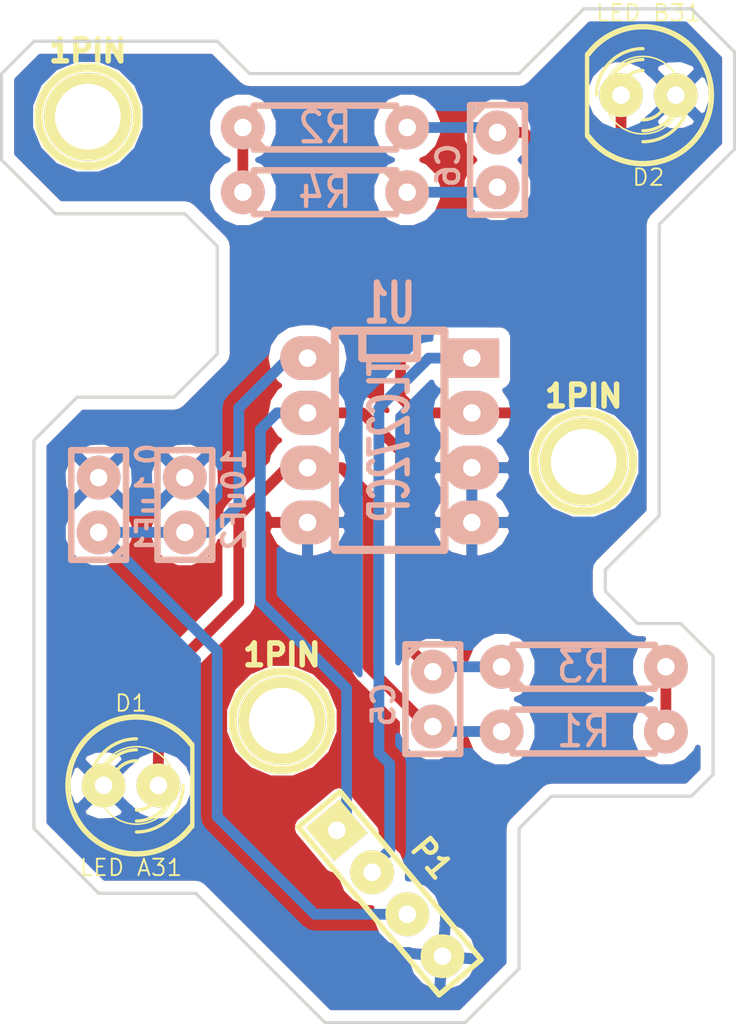
<source format=kicad_pcb>
(kicad_pcb (version 3) (host pcbnew "(2013-07-07 BZR 4022)-stable")

  (general
    (links 24)
    (no_connects 1)
    (area 18.924999 20.424999 59.075001 70.075001)
    (thickness 1.6)
    (drawings 38)
    (tracks 59)
    (zones 0)
    (modules 15)
    (nets 9)
  )

  (page USLetter)
  (layers
    (15 F.Cu signal)
    (0 B.Cu signal)
    (16 B.Adhes user)
    (17 F.Adhes user)
    (18 B.Paste user)
    (19 F.Paste user)
    (20 B.SilkS user)
    (21 F.SilkS user)
    (22 B.Mask user)
    (23 F.Mask user)
    (24 Dwgs.User user)
    (25 Cmts.User user)
    (26 Eco1.User user)
    (27 Eco2.User user)
    (28 Edge.Cuts user)
  )

  (setup
    (last_trace_width 0.5)
    (trace_clearance 0.254)
    (zone_clearance 0.508)
    (zone_45_only no)
    (trace_min 0.254)
    (segment_width 0.2)
    (edge_width 0.15)
    (via_size 0.889)
    (via_drill 0.635)
    (via_min_size 0.889)
    (via_min_drill 0.508)
    (uvia_size 0.508)
    (uvia_drill 0.127)
    (uvias_allowed no)
    (uvia_min_size 0.508)
    (uvia_min_drill 0.127)
    (pcb_text_width 0.3)
    (pcb_text_size 1.5 1.5)
    (mod_edge_width 0.15)
    (mod_text_size 1.5 1.5)
    (mod_text_width 0.15)
    (pad_size 1.8288 2.54)
    (pad_drill 0.8128)
    (pad_to_mask_clearance 0.4064)
    (solder_mask_min_width 0.4064)
    (aux_axis_origin 0 0)
    (visible_elements 7FFFFFFF)
    (pcbplotparams
      (layerselection 271613953)
      (usegerberextensions true)
      (excludeedgelayer true)
      (linewidth 0.100000)
      (plotframeref false)
      (viasonmask false)
      (mode 1)
      (useauxorigin false)
      (hpglpennumber 1)
      (hpglpenspeed 20)
      (hpglpendiameter 15)
      (hpglpenoverlay 2)
      (psnegative false)
      (psa4output false)
      (plotreference true)
      (plotvalue true)
      (plotothertext true)
      (plotinvisibletext false)
      (padsonsilk false)
      (subtractmaskfromsilk false)
      (outputformat 1)
      (mirror false)
      (drillshape 0)
      (scaleselection 1)
      (outputdirectory ../../Users/Administrator/Desktop/replaca/))
  )

  (net 0 "")
  (net 1 +5V)
  (net 2 /2)
  (net 3 /6)
  (net 4 /A1)
  (net 5 /A2)
  (net 6 GND)
  (net 7 N-000003)
  (net 8 N-000004)

  (net_class Default "This is the default net class."
    (clearance 0.254)
    (trace_width 0.5)
    (via_dia 0.889)
    (via_drill 0.635)
    (uvia_dia 0.508)
    (uvia_drill 0.127)
    (add_net "")
    (add_net +5V)
    (add_net /2)
    (add_net /6)
    (add_net /A1)
    (add_net /A2)
    (add_net GND)
    (add_net N-000003)
    (add_net N-000004)
  )

  (module C1 (layer B.Cu) (tedit 52F39CB1) (tstamp 52CD81AE)
    (at 26.5 46 90)
    (descr "Condensateur e = 1 pas")
    (tags C)
    (path /52CC7B60)
    (fp_text reference 0.1uF1 (at 0.254 2.286 90) (layer B.SilkS)
      (effects (font (size 1.016 1.016) (thickness 0.2032)) (justify mirror))
    )
    (fp_text value C1 (at 0 2.286 90) (layer B.SilkS) hide
      (effects (font (size 1.016 1.016) (thickness 0.2032)) (justify mirror))
    )
    (fp_line (start -2.4892 1.27) (end 2.54 1.27) (layer B.SilkS) (width 0.3048))
    (fp_line (start 2.54 1.27) (end 2.54 -1.27) (layer B.SilkS) (width 0.3048))
    (fp_line (start 2.54 -1.27) (end -2.54 -1.27) (layer B.SilkS) (width 0.3048))
    (fp_line (start -2.54 -1.27) (end -2.54 1.27) (layer B.SilkS) (width 0.3048))
    (fp_line (start -2.54 0.635) (end -1.905 1.27) (layer B.SilkS) (width 0.3048))
    (pad 1 thru_hole circle (at -1.27 0 90) (size 2.032 2.032) (drill 0.8128)
      (layers *.Cu *.Mask B.SilkS)
      (net 1 +5V)
      (solder_mask_margin 0.4064)
      (solder_paste_margin -0.4064)
    )
    (pad 2 thru_hole circle (at 1.27 0 90) (size 2.032 2.032) (drill 0.8128)
      (layers *.Cu *.Mask B.SilkS)
      (net 6 GND)
      (solder_mask_margin 0.4064)
      (solder_paste_margin -0.4064)
      (clearance 0.4064)
      (thermal_width 0.508)
      (thermal_gap 0.508)
    )
    (model discret/capa_1_pas.wrl
      (at (xyz 0 0 0))
      (scale (xyz 1 1 1))
      (rotate (xyz 0 0 0))
    )
  )

  (module C1 (layer B.Cu) (tedit 52F39CC1) (tstamp 52CD81A2)
    (at 30.5 46 90)
    (descr "Condensateur e = 1 pas")
    (tags C)
    (path /52CC7B81)
    (fp_text reference 10uF2 (at 0.254 2.286 90) (layer B.SilkS)
      (effects (font (size 1.016 1.016) (thickness 0.2032)) (justify mirror))
    )
    (fp_text value CP1 (at 0 2.286 90) (layer B.SilkS) hide
      (effects (font (size 1.016 1.016) (thickness 0.2032)) (justify mirror))
    )
    (fp_line (start -2.4892 1.27) (end 2.54 1.27) (layer B.SilkS) (width 0.3048))
    (fp_line (start 2.54 1.27) (end 2.54 -1.27) (layer B.SilkS) (width 0.3048))
    (fp_line (start 2.54 -1.27) (end -2.54 -1.27) (layer B.SilkS) (width 0.3048))
    (fp_line (start -2.54 -1.27) (end -2.54 1.27) (layer B.SilkS) (width 0.3048))
    (fp_line (start -2.54 0.635) (end -1.905 1.27) (layer B.SilkS) (width 0.3048))
    (pad 1 thru_hole circle (at -1.27 0 90) (size 2.032 2.032) (drill 0.8128)
      (layers *.Cu *.Mask B.SilkS)
      (net 1 +5V)
      (solder_mask_margin 0.4064)
      (solder_paste_margin -0.4064)
    )
    (pad 2 thru_hole circle (at 1.27 0 90) (size 2.032 2.032) (drill 0.8128)
      (layers *.Cu *.Mask B.SilkS)
      (net 6 GND)
      (solder_mask_margin 0.4064)
      (solder_paste_margin -0.4064)
    )
    (model discret/capa_1_pas.wrl
      (at (xyz 0 0 0))
      (scale (xyz 1 1 1))
      (rotate (xyz 0 0 0))
    )
  )

  (module R3-LARGE_PADS (layer B.Cu) (tedit 52F39CD6) (tstamp 52CD5353)
    (at 37 28.5)
    (descr "Resitance 3 pas")
    (tags R)
    (path /52CC7C6E)
    (autoplace_cost180 10)
    (fp_text reference R2 (at 0 0) (layer B.SilkS)
      (effects (font (size 1.397 1.27) (thickness 0.2032)) (justify mirror))
    )
    (fp_text value R (at 0 0) (layer B.SilkS) hide
      (effects (font (size 1.397 1.27) (thickness 0.2032)) (justify mirror))
    )
    (fp_line (start -3.81 0) (end -3.302 0) (layer B.SilkS) (width 0.3048))
    (fp_line (start 3.81 0) (end 3.302 0) (layer B.SilkS) (width 0.3048))
    (fp_line (start 3.302 0) (end 3.302 1.016) (layer B.SilkS) (width 0.3048))
    (fp_line (start 3.302 1.016) (end -3.302 1.016) (layer B.SilkS) (width 0.3048))
    (fp_line (start -3.302 1.016) (end -3.302 -1.016) (layer B.SilkS) (width 0.3048))
    (fp_line (start -3.302 -1.016) (end 3.302 -1.016) (layer B.SilkS) (width 0.3048))
    (fp_line (start 3.302 -1.016) (end 3.302 0) (layer B.SilkS) (width 0.3048))
    (fp_line (start -3.302 0.508) (end -2.794 1.016) (layer B.SilkS) (width 0.3048))
    (pad 1 thru_hole circle (at -3.81 0) (size 2.032 2.032) (drill 0.8128)
      (layers *.Cu *.Mask B.SilkS)
      (net 7 N-000003)
      (solder_mask_margin 0.4064)
      (solder_paste_margin -0.4064)
    )
    (pad 2 thru_hole circle (at 3.81 0) (size 2.032 2.032) (drill 0.8128)
      (layers *.Cu *.Mask B.SilkS)
      (net 2 /2)
      (solder_mask_margin 0.4064)
      (solder_paste_margin -0.4064)
    )
    (model discret/resistor.wrl
      (at (xyz 0 0 0))
      (scale (xyz 0.3 0.3 0.3))
      (rotate (xyz 0 0 0))
    )
  )

  (module R3-LARGE_PADS (layer B.Cu) (tedit 52CD5F94) (tstamp 52CD802A)
    (at 49 56.5 180)
    (descr "Resitance 3 pas")
    (tags R)
    (path /52CC7CE5)
    (autoplace_cost180 10)
    (fp_text reference R1 (at 0 0 180) (layer B.SilkS)
      (effects (font (size 1.397 1.27) (thickness 0.2032)) (justify mirror))
    )
    (fp_text value R (at 0 0 180) (layer B.SilkS) hide
      (effects (font (size 1.397 1.27) (thickness 0.2032)) (justify mirror))
    )
    (fp_line (start -3.81 0) (end -3.302 0) (layer B.SilkS) (width 0.3048))
    (fp_line (start 3.81 0) (end 3.302 0) (layer B.SilkS) (width 0.3048))
    (fp_line (start 3.302 0) (end 3.302 1.016) (layer B.SilkS) (width 0.3048))
    (fp_line (start 3.302 1.016) (end -3.302 1.016) (layer B.SilkS) (width 0.3048))
    (fp_line (start -3.302 1.016) (end -3.302 -1.016) (layer B.SilkS) (width 0.3048))
    (fp_line (start -3.302 -1.016) (end 3.302 -1.016) (layer B.SilkS) (width 0.3048))
    (fp_line (start 3.302 -1.016) (end 3.302 0) (layer B.SilkS) (width 0.3048))
    (fp_line (start -3.302 0.508) (end -2.794 1.016) (layer B.SilkS) (width 0.3048))
    (pad 1 thru_hole circle (at -3.81 0 180) (size 2.032 2.032) (drill 0.8128)
      (layers *.Cu *.Mask B.SilkS)
      (net 8 N-000004)
      (solder_mask_margin 0.4064)
      (solder_paste_margin -0.4064)
    )
    (pad 2 thru_hole circle (at 3.81 0 180) (size 2.032 2.032) (drill 0.8128)
      (layers *.Cu *.Mask B.SilkS)
      (net 3 /6)
      (solder_mask_margin 0.4064)
      (solder_paste_margin -0.4064)
    )
    (model discret/resistor.wrl
      (at (xyz 0 0 0))
      (scale (xyz 0.3 0.3 0.3))
      (rotate (xyz 0 0 0))
    )
  )

  (module R3-LARGE_PADS (layer B.Cu) (tedit 52CD5D0D) (tstamp 52CD8039)
    (at 49 53.5)
    (descr "Resitance 3 pas")
    (tags R)
    (path /52CC863A)
    (autoplace_cost180 10)
    (fp_text reference R3 (at 0 0) (layer B.SilkS)
      (effects (font (size 1.397 1.27) (thickness 0.2032)) (justify mirror))
    )
    (fp_text value R (at 0 0) (layer B.SilkS) hide
      (effects (font (size 1.397 1.27) (thickness 0.2032)) (justify mirror))
    )
    (fp_line (start -3.81 0) (end -3.302 0) (layer B.SilkS) (width 0.3048))
    (fp_line (start 3.81 0) (end 3.302 0) (layer B.SilkS) (width 0.3048))
    (fp_line (start 3.302 0) (end 3.302 1.016) (layer B.SilkS) (width 0.3048))
    (fp_line (start 3.302 1.016) (end -3.302 1.016) (layer B.SilkS) (width 0.3048))
    (fp_line (start -3.302 1.016) (end -3.302 -1.016) (layer B.SilkS) (width 0.3048))
    (fp_line (start -3.302 -1.016) (end 3.302 -1.016) (layer B.SilkS) (width 0.3048))
    (fp_line (start 3.302 -1.016) (end 3.302 0) (layer B.SilkS) (width 0.3048))
    (fp_line (start -3.302 0.508) (end -2.794 1.016) (layer B.SilkS) (width 0.3048))
    (pad 1 thru_hole circle (at -3.81 0) (size 2.032 2.032) (drill 0.8128)
      (layers *.Cu *.Mask B.SilkS)
      (net 5 /A2)
      (solder_mask_margin 0.4064)
      (solder_paste_margin -0.4064)
    )
    (pad 2 thru_hole circle (at 3.81 0) (size 2.032 2.032) (drill 0.8128)
      (layers *.Cu *.Mask B.SilkS)
      (net 8 N-000004)
      (solder_mask_margin 0.4064)
      (solder_paste_margin -0.4064)
    )
    (model discret/resistor.wrl
      (at (xyz 0 0 0))
      (scale (xyz 0.3 0.3 0.3))
      (rotate (xyz 0 0 0))
    )
  )

  (module R3-LARGE_PADS (layer B.Cu) (tedit 52E273CB) (tstamp 52CD537D)
    (at 37 31.5 180)
    (descr "Resitance 3 pas")
    (tags R)
    (path /52CC8665)
    (autoplace_cost180 10)
    (fp_text reference R4 (at 0 0 180) (layer B.SilkS)
      (effects (font (size 1.397 1.27) (thickness 0.2032)) (justify mirror))
    )
    (fp_text value R (at 0 0 180) (layer B.SilkS) hide
      (effects (font (size 1.397 1.27) (thickness 0.2032)) (justify mirror))
    )
    (fp_line (start -3.81 0) (end -3.302 0) (layer B.SilkS) (width 0.3048))
    (fp_line (start 3.81 0) (end 3.302 0) (layer B.SilkS) (width 0.3048))
    (fp_line (start 3.302 0) (end 3.302 1.016) (layer B.SilkS) (width 0.3048))
    (fp_line (start 3.302 1.016) (end -3.302 1.016) (layer B.SilkS) (width 0.3048))
    (fp_line (start -3.302 1.016) (end -3.302 -1.016) (layer B.SilkS) (width 0.3048))
    (fp_line (start -3.302 -1.016) (end 3.302 -1.016) (layer B.SilkS) (width 0.3048))
    (fp_line (start 3.302 -1.016) (end 3.302 0) (layer B.SilkS) (width 0.3048))
    (fp_line (start -3.302 0.508) (end -2.794 1.016) (layer B.SilkS) (width 0.3048))
    (pad 1 thru_hole circle (at -3.81 0 180) (size 2.032 2.032) (drill 0.8128)
      (layers *.Cu *.Mask B.SilkS)
      (net 4 /A1)
      (solder_mask_margin 0.4064)
      (solder_paste_margin -0.4064)
    )
    (pad 2 thru_hole circle (at 3.81 0 180) (size 2.032 2.032) (drill 0.8128)
      (layers *.Cu *.Mask B.SilkS)
      (net 7 N-000003)
      (solder_mask_margin 0.4064)
      (solder_paste_margin -0.4064)
      (clearance 0.4064)
      (thermal_width 0.508)
      (thermal_gap 0.508)
    )
    (model discret/resistor.wrl
      (at (xyz 0 0 0))
      (scale (xyz 0.3 0.3 0.3))
      (rotate (xyz 0 0 0))
    )
  )

  (module PIN_ARRAY_4x1 (layer F.Cu) (tedit 52F39CEB) (tstamp 52E049DC)
    (at 40 64 310)
    (descr "Double rangee de contacts 2 x 5 pins")
    (tags CONN)
    (path /52CC818D)
    (fp_text reference P1 (at 0 -2.54 310) (layer F.SilkS)
      (effects (font (size 1.016 1.016) (thickness 0.2032)))
    )
    (fp_text value CONN_4 (at 0 2.54 310) (layer F.SilkS) hide
      (effects (font (size 1.016 1.016) (thickness 0.2032)))
    )
    (fp_line (start 5.08 1.27) (end -5.08 1.27) (layer F.SilkS) (width 0.254))
    (fp_line (start 5.08 -1.27) (end -5.08 -1.27) (layer F.SilkS) (width 0.254))
    (fp_line (start -5.08 -1.27) (end -5.08 1.27) (layer F.SilkS) (width 0.254))
    (fp_line (start 5.08 1.27) (end 5.08 -1.27) (layer F.SilkS) (width 0.254))
    (pad 1 thru_hole rect (at -3.81 0 310) (size 2.032 2.032) (drill 0.8128)
      (layers *.Cu *.Mask F.SilkS)
      (net 5 /A2)
      (solder_mask_margin 0.4064)
      (solder_paste_margin -0.4064)
      (clearance 0.4064)
      (thermal_width 0.508)
      (thermal_gap 0.508)
    )
    (pad 2 thru_hole circle (at -1.269999 0 310) (size 2.032 2.032) (drill 0.8128)
      (layers *.Cu *.Mask F.SilkS)
      (net 4 /A1)
      (solder_mask_margin 0.4064)
      (solder_paste_margin -0.4064)
      (clearance 0.4064)
      (thermal_width 0.508)
      (thermal_gap 0.508)
    )
    (pad 3 thru_hole circle (at 1.269999 0 310) (size 2.032 2.032) (drill 0.8128)
      (layers *.Cu *.Mask F.SilkS)
      (net 1 +5V)
      (solder_mask_margin 0.4064)
      (solder_paste_margin -0.4064)
      (clearance 0.4064)
      (thermal_width 0.508)
      (thermal_gap 0.508)
    )
    (pad 4 thru_hole circle (at 3.81 0 310) (size 2.032 2.032) (drill 0.8128)
      (layers *.Cu *.Mask F.SilkS)
      (net 6 GND)
      (solder_mask_margin 0.4064)
      (solder_paste_margin -0.4064)
      (clearance 0.4064)
      (thermal_width 0.508)
      (thermal_gap 0.508)
    )
    (model pin_array\pins_array_4x1.wrl
      (at (xyz 0 0 0))
      (scale (xyz 1 1 1))
      (rotate (xyz 0 0 0))
    )
  )

  (module LED-5MM (layer F.Cu) (tedit 52F39C9C) (tstamp 52CD5398)
    (at 28 59)
    (descr "LED 5mm - Lead pitch 100mil (2,54mm)")
    (tags "LED led 5mm 5MM 100mil 2,54mm")
    (path /52CC7B96)
    (fp_text reference D1 (at 0 -3.81) (layer F.SilkS)
      (effects (font (size 0.762 0.762) (thickness 0.0889)))
    )
    (fp_text value "LED A31" (at 0 3.81) (layer F.SilkS)
      (effects (font (size 0.762 0.762) (thickness 0.0889)))
    )
    (fp_line (start 2.8448 1.905) (end 2.8448 -1.905) (layer F.SilkS) (width 0.2032))
    (fp_circle (center 0.254 0) (end -1.016 1.27) (layer F.SilkS) (width 0.0762))
    (fp_arc (start 0.254 0) (end 2.794 1.905) (angle 286.2) (layer F.SilkS) (width 0.254))
    (fp_arc (start 0.254 0) (end -0.889 0) (angle 90) (layer F.SilkS) (width 0.1524))
    (fp_arc (start 0.254 0) (end 1.397 0) (angle 90) (layer F.SilkS) (width 0.1524))
    (fp_arc (start 0.254 0) (end -1.397 0) (angle 90) (layer F.SilkS) (width 0.1524))
    (fp_arc (start 0.254 0) (end 1.905 0) (angle 90) (layer F.SilkS) (width 0.1524))
    (fp_arc (start 0.254 0) (end -1.905 0) (angle 90) (layer F.SilkS) (width 0.1524))
    (fp_arc (start 0.254 0) (end 2.413 0) (angle 90) (layer F.SilkS) (width 0.1524))
    (pad 1 thru_hole circle (at -1.27 0) (size 2.032 2.032) (drill 0.8128)
      (layers *.Cu *.Mask F.SilkS)
      (net 6 GND)
      (solder_mask_margin 0.4064)
      (solder_paste_margin -0.4064)
      (clearance 0.4064)
      (thermal_width 0.508)
      (thermal_gap 0.508)
    )
    (pad 2 thru_hole circle (at 1.27 0) (size 2.032 2.032) (drill 0.8128)
      (layers *.Cu *.Mask F.SilkS)
      (net 3 /6)
      (solder_mask_margin 0.4064)
      (solder_paste_margin -0.4064)
      (clearance 0.4064)
      (thermal_width 0.508)
      (thermal_gap 0.508)
    )
    (model discret/leds/led5_vertical_verde.wrl
      (at (xyz 0 0 0))
      (scale (xyz 1 1 1))
      (rotate (xyz 0 0 0))
    )
  )

  (module LED-5MM (layer F.Cu) (tedit 52E04B89) (tstamp 52CD53A7)
    (at 52 27 180)
    (descr "LED 5mm - Lead pitch 100mil (2,54mm)")
    (tags "LED led 5mm 5MM 100mil 2,54mm")
    (path /52CC7BA3)
    (fp_text reference D2 (at 0 -3.81 180) (layer F.SilkS)
      (effects (font (size 0.762 0.762) (thickness 0.0889)))
    )
    (fp_text value "LED B31" (at 0 3.81 180) (layer F.SilkS)
      (effects (font (size 0.762 0.762) (thickness 0.0889)))
    )
    (fp_line (start 2.8448 1.905) (end 2.8448 -1.905) (layer F.SilkS) (width 0.2032))
    (fp_circle (center 0.254 0) (end -1.016 1.27) (layer F.SilkS) (width 0.0762))
    (fp_arc (start 0.254 0) (end 2.794 1.905) (angle 286.2) (layer F.SilkS) (width 0.254))
    (fp_arc (start 0.254 0) (end -0.889 0) (angle 90) (layer F.SilkS) (width 0.1524))
    (fp_arc (start 0.254 0) (end 1.397 0) (angle 90) (layer F.SilkS) (width 0.1524))
    (fp_arc (start 0.254 0) (end -1.397 0) (angle 90) (layer F.SilkS) (width 0.1524))
    (fp_arc (start 0.254 0) (end 1.905 0) (angle 90) (layer F.SilkS) (width 0.1524))
    (fp_arc (start 0.254 0) (end -1.905 0) (angle 90) (layer F.SilkS) (width 0.1524))
    (fp_arc (start 0.254 0) (end 2.413 0) (angle 90) (layer F.SilkS) (width 0.1524))
    (pad 1 thru_hole circle (at -1.27 0 180) (size 2.032 2.032) (drill 0.8128)
      (layers *.Cu *.Mask F.SilkS)
      (net 6 GND)
      (solder_mask_margin 0.4064)
      (solder_paste_margin -0.4064)
      (clearance 0.4064)
      (thermal_width 0.508)
      (thermal_gap 0.508)
    )
    (pad 2 thru_hole circle (at 1.27 0 180) (size 2.032 2.032) (drill 0.8128)
      (layers *.Cu *.Mask F.SilkS)
      (net 2 /2)
      (solder_mask_margin 0.4064)
      (solder_paste_margin -0.4064)
      (clearance 0.4064)
      (thermal_width 0.508)
      (thermal_gap 0.508)
    )
    (model discret/leds/led5_vertical_verde.wrl
      (at (xyz 0 0 0))
      (scale (xyz 1 1 1))
      (rotate (xyz 0 0 0))
    )
  )

  (module DIP-8__300_ELL (layer B.Cu) (tedit 52F39D24) (tstamp 52CD53BA)
    (at 40 43 270)
    (descr "8 pins DIL package, elliptical pads")
    (tags DIL)
    (path /52CC7B30)
    (fp_text reference U1 (at -6.35 0 540) (layer B.SilkS)
      (effects (font (size 1.778 1.143) (thickness 0.3048)) (justify mirror))
    )
    (fp_text value TLC272CP (at 0 0 270) (layer B.SilkS)
      (effects (font (size 1.778 1.016) (thickness 0.3048)) (justify mirror))
    )
    (fp_line (start -5.08 1.27) (end -3.81 1.27) (layer B.SilkS) (width 0.381))
    (fp_line (start -3.81 1.27) (end -3.81 -1.27) (layer B.SilkS) (width 0.381))
    (fp_line (start -3.81 -1.27) (end -5.08 -1.27) (layer B.SilkS) (width 0.381))
    (fp_line (start -5.08 2.54) (end 5.08 2.54) (layer B.SilkS) (width 0.381))
    (fp_line (start 5.08 2.54) (end 5.08 -2.54) (layer B.SilkS) (width 0.381))
    (fp_line (start 5.08 -2.54) (end -5.08 -2.54) (layer B.SilkS) (width 0.381))
    (fp_line (start -5.08 -2.54) (end -5.08 2.54) (layer B.SilkS) (width 0.381))
    (pad 1 thru_hole rect (at -3.81 -3.81 270) (size 1.8288 2.54) (drill 0.8128)
      (layers *.Cu *.Mask B.SilkS)
      (net 4 /A1)
      (solder_mask_margin 0.4064)
      (solder_paste_margin -0.4064)
      (clearance 0.4064)
      (thermal_width 0.508)
      (thermal_gap 0.508)
    )
    (pad 2 thru_hole oval (at -1.27 -3.81 270) (size 2.032 2.54) (drill 0.8128)
      (layers *.Cu *.Mask B.SilkS)
      (net 2 /2)
      (solder_mask_margin 0.4064)
      (solder_paste_margin -0.4064)
      (clearance 0.4064)
      (thermal_width 0.508)
      (thermal_gap 0.508)
    )
    (pad 3 thru_hole oval (at 1.27 -3.81 270) (size 2.032 2.54) (drill 0.8128)
      (layers *.Cu *.Mask B.SilkS)
      (net 6 GND)
      (solder_mask_margin 0.4064)
      (solder_paste_margin -0.4064)
      (clearance 0.4064)
      (thermal_width 0.508)
      (thermal_gap 0.508)
    )
    (pad 4 thru_hole oval (at 3.81 -3.81 270) (size 2.032 2.54) (drill 0.8128)
      (layers *.Cu *.Mask B.SilkS)
      (net 6 GND)
      (solder_mask_margin 0.4064)
      (solder_paste_margin -0.4064)
      (clearance 0.4064)
      (thermal_width 0.508)
      (thermal_gap 0.508)
    )
    (pad 5 thru_hole oval (at 3.81 3.81 270) (size 2.032 2.54) (drill 0.8128)
      (layers *.Cu *.Mask B.SilkS)
      (net 6 GND)
      (solder_mask_margin 0.4064)
      (solder_paste_margin -0.4064)
      (clearance 0.4064)
      (thermal_width 0.508)
      (thermal_gap 0.508)
    )
    (pad 6 thru_hole oval (at 1.27 3.81 270) (size 2.032 2.54) (drill 0.8128)
      (layers *.Cu *.Mask B.SilkS)
      (net 3 /6)
      (solder_mask_margin 0.4064)
      (solder_paste_margin -0.4064)
      (clearance 0.4064)
      (thermal_width 0.508)
      (thermal_gap 0.508)
    )
    (pad 7 thru_hole oval (at -1.27 3.81 270) (size 2.032 2.54) (drill 0.8128)
      (layers *.Cu *.Mask B.SilkS)
      (net 5 /A2)
      (solder_mask_margin 0.4064)
      (solder_paste_margin -0.4064)
      (clearance 0.4064)
      (thermal_width 0.508)
      (thermal_gap 0.508)
    )
    (pad 8 thru_hole oval (at -3.81 3.81 270) (size 2.032 2.54) (drill 0.8128)
      (layers *.Cu *.Mask B.SilkS)
      (net 1 +5V)
      (solder_mask_margin 0.4064)
      (solder_paste_margin -0.4064)
      (clearance 0.4064)
      (thermal_width 0.508)
      (thermal_gap 0.508)
    )
    (model dil/dil_8.wrl
      (at (xyz 0 0 0))
      (scale (xyz 1 1 1))
      (rotate (xyz 0 0 0))
    )
  )

  (module C1 (layer B.Cu) (tedit 52E274DF) (tstamp 52CD53DB)
    (at 45 30 270)
    (descr "Condensateur e = 1 pas")
    (tags C)
    (path /52CC7B73)
    (fp_text reference C6 (at 0.254 2.286 270) (layer B.SilkS)
      (effects (font (size 1.016 1.016) (thickness 0.2032)) (justify mirror))
    )
    (fp_text value 0.1uF (at 0 2.286 270) (layer B.SilkS) hide
      (effects (font (size 1.016 1.016) (thickness 0.2032)) (justify mirror))
    )
    (fp_line (start -2.4892 1.27) (end 2.54 1.27) (layer B.SilkS) (width 0.3048))
    (fp_line (start 2.54 1.27) (end 2.54 -1.27) (layer B.SilkS) (width 0.3048))
    (fp_line (start 2.54 -1.27) (end -2.54 -1.27) (layer B.SilkS) (width 0.3048))
    (fp_line (start -2.54 -1.27) (end -2.54 1.27) (layer B.SilkS) (width 0.3048))
    (fp_line (start -2.54 0.635) (end -1.905 1.27) (layer B.SilkS) (width 0.3048))
    (pad 1 thru_hole circle (at -1.27 0 270) (size 2.032 2.032) (drill 0.8128)
      (layers *.Cu *.Mask B.SilkS)
      (net 2 /2)
      (solder_mask_margin 0.4064)
      (solder_paste_margin -0.4064)
    )
    (pad 2 thru_hole circle (at 1.27 0 270) (size 2.032 2.032) (drill 0.8128)
      (layers *.Cu *.Mask B.SilkS)
      (net 4 /A1)
      (solder_mask_margin 0.4064)
      (solder_paste_margin -0.4064)
      (clearance 0.4064)
      (thermal_width 0.508)
      (thermal_gap 0.508)
    )
    (model discret/capa_1_pas.wrl
      (at (xyz 0 0 0))
      (scale (xyz 1 1 1))
      (rotate (xyz 0 0 0))
    )
  )

  (module C1 (layer B.Cu) (tedit 3F92C496) (tstamp 52CD801B)
    (at 42 55 270)
    (descr "Condensateur e = 1 pas")
    (tags C)
    (path /52CC7B79)
    (fp_text reference C5 (at 0.254 2.286 270) (layer B.SilkS)
      (effects (font (size 1.016 1.016) (thickness 0.2032)) (justify mirror))
    )
    (fp_text value 0.1uF (at 0 2.286 270) (layer B.SilkS) hide
      (effects (font (size 1.016 1.016) (thickness 0.2032)) (justify mirror))
    )
    (fp_line (start -2.4892 1.27) (end 2.54 1.27) (layer B.SilkS) (width 0.3048))
    (fp_line (start 2.54 1.27) (end 2.54 -1.27) (layer B.SilkS) (width 0.3048))
    (fp_line (start 2.54 -1.27) (end -2.54 -1.27) (layer B.SilkS) (width 0.3048))
    (fp_line (start -2.54 -1.27) (end -2.54 1.27) (layer B.SilkS) (width 0.3048))
    (fp_line (start -2.54 0.635) (end -1.905 1.27) (layer B.SilkS) (width 0.3048))
    (pad 1 thru_hole circle (at -1.27 0 270) (size 2.032 2.032) (drill 0.8128)
      (layers *.Cu *.Mask B.SilkS)
      (net 5 /A2)
      (solder_mask_margin 0.4064)
      (solder_paste_margin -0.4064)
    )
    (pad 2 thru_hole circle (at 1.27 0 270) (size 2.032 2.032) (drill 0.8128)
      (layers *.Cu *.Mask B.SilkS)
      (net 3 /6)
      (solder_mask_margin 0.4064)
      (solder_paste_margin -0.4064)
    )
    (model discret/capa_1_pas.wrl
      (at (xyz 0 0 0))
      (scale (xyz 1 1 1))
      (rotate (xyz 0 0 0))
    )
  )

  (module 1pin (layer F.Cu) (tedit 200000) (tstamp 52CF14D1)
    (at 26 28)
    (descr "module 1 pin (ou trou mecanique de percage)")
    (tags DEV)
    (path 1pin)
    (fp_text reference 1PIN (at 0 -3.048) (layer F.SilkS)
      (effects (font (size 1.016 1.016) (thickness 0.254)))
    )
    (fp_text value P*** (at 0 2.794) (layer F.SilkS) hide
      (effects (font (size 1.016 1.016) (thickness 0.254)))
    )
    (fp_circle (center 0 0) (end 0 -2.286) (layer F.SilkS) (width 0.381))
    (pad 1 thru_hole circle (at 0 0) (size 4.064 4.064) (drill 3.048)
      (layers *.Cu *.Mask F.SilkS)
    )
  )

  (module 1pin (layer F.Cu) (tedit 200000) (tstamp 52CF14ED)
    (at 35 56)
    (descr "module 1 pin (ou trou mecanique de percage)")
    (tags DEV)
    (path 1pin)
    (fp_text reference 1PIN (at 0 -3.048) (layer F.SilkS)
      (effects (font (size 1.016 1.016) (thickness 0.254)))
    )
    (fp_text value P*** (at 0 2.794) (layer F.SilkS) hide
      (effects (font (size 1.016 1.016) (thickness 0.254)))
    )
    (fp_circle (center 0 0) (end 0 -2.286) (layer F.SilkS) (width 0.381))
    (pad 1 thru_hole circle (at 0 0) (size 4.064 4.064) (drill 3.048)
      (layers *.Cu *.Mask F.SilkS)
    )
  )

  (module 1pin (layer F.Cu) (tedit 200000) (tstamp 52CF152F)
    (at 49 44)
    (descr "module 1 pin (ou trou mecanique de percage)")
    (tags DEV)
    (path 1pin)
    (fp_text reference 1PIN (at 0 -3.048) (layer F.SilkS)
      (effects (font (size 1.016 1.016) (thickness 0.254)))
    )
    (fp_text value P*** (at 0 2.794) (layer F.SilkS) hide
      (effects (font (size 1.016 1.016) (thickness 0.254)))
    )
    (fp_circle (center 0 0) (end 0 -2.286) (layer F.SilkS) (width 0.381))
    (pad 1 thru_hole circle (at 0 0) (size 4.064 4.064) (drill 3.048)
      (layers *.Cu *.Mask F.SilkS)
    )
  )

  (gr_line (start 43.5 70) (end 37 70) (angle 90) (layer Edge.Cuts) (width 0.15))
  (gr_line (start 54 23) (end 56 25) (angle 90) (layer Edge.Cuts) (width 0.15))
  (gr_line (start 55 58.5) (end 54 59.5) (angle 90) (layer Edge.Cuts) (width 0.15))
  (gr_line (start 55 53) (end 55 58.5) (angle 90) (layer Edge.Cuts) (width 0.15))
  (gr_line (start 53.5 51.5) (end 55 53) (angle 90) (layer Edge.Cuts) (width 0.15))
  (gr_line (start 51.5 51.5) (end 53.5 51.5) (angle 90) (layer Edge.Cuts) (width 0.15))
  (gr_line (start 50 50) (end 51.5 51.5) (angle 90) (layer Edge.Cuts) (width 0.15))
  (gr_line (start 52.5 46.5) (end 50 49) (angle 90) (layer Edge.Cuts) (width 0.15))
  (gr_line (start 50 49) (end 50 50) (angle 90) (layer Edge.Cuts) (width 0.15))
  (gr_line (start 52.5 33) (end 52.5 46.5) (angle 90) (layer Edge.Cuts) (width 0.15))
  (gr_line (start 54 31.5) (end 52.5 33) (angle 90) (layer Edge.Cuts) (width 0.15))
  (gr_line (start 56 29.5) (end 54 31.5) (angle 90) (layer Edge.Cuts) (width 0.15))
  (gr_line (start 56 25) (end 56 29.5) (angle 90) (layer Edge.Cuts) (width 0.15))
  (gr_line (start 49 23) (end 54 23) (angle 90) (layer Edge.Cuts) (width 0.15))
  (gr_line (start 48.5 23.5) (end 49 23) (angle 90) (layer Edge.Cuts) (width 0.15))
  (gr_line (start 46 26) (end 48.5 23.5) (angle 90) (layer Edge.Cuts) (width 0.15))
  (gr_line (start 33.5 26) (end 46 26) (angle 90) (layer Edge.Cuts) (width 0.15))
  (gr_line (start 32 24.5) (end 33.5 26) (angle 90) (layer Edge.Cuts) (width 0.15))
  (gr_line (start 23.5 24.5) (end 32 24.5) (angle 90) (layer Edge.Cuts) (width 0.15))
  (gr_line (start 22 26) (end 23.5 24.5) (angle 90) (layer Edge.Cuts) (width 0.15))
  (gr_line (start 22 30) (end 22 26) (angle 90) (layer Edge.Cuts) (width 0.15))
  (gr_line (start 24.5 32.5) (end 22 30) (angle 90) (layer Edge.Cuts) (width 0.15))
  (gr_line (start 30.5 32.5) (end 24.5 32.5) (angle 90) (layer Edge.Cuts) (width 0.15))
  (gr_line (start 32 34) (end 30.5 32.5) (angle 90) (layer Edge.Cuts) (width 0.15))
  (gr_line (start 32 39) (end 32 34) (angle 90) (layer Edge.Cuts) (width 0.15))
  (gr_line (start 30 41) (end 32 39) (angle 90) (layer Edge.Cuts) (width 0.15))
  (gr_line (start 25.5 41) (end 30 41) (angle 90) (layer Edge.Cuts) (width 0.15))
  (gr_line (start 23.5 43) (end 25.5 41) (angle 90) (layer Edge.Cuts) (width 0.15))
  (gr_line (start 23.5 61) (end 23.5 43) (angle 90) (layer Edge.Cuts) (width 0.15))
  (gr_line (start 26.5 64) (end 23.5 61) (angle 90) (layer Edge.Cuts) (width 0.15))
  (gr_line (start 27.5 64) (end 26.5 64) (angle 90) (layer Edge.Cuts) (width 0.15))
  (gr_line (start 31 64) (end 27.5 64) (angle 90) (layer Edge.Cuts) (width 0.15))
  (gr_line (start 33 66) (end 31 64) (angle 90) (layer Edge.Cuts) (width 0.15))
  (gr_line (start 37 70) (end 33 66) (angle 90) (layer Edge.Cuts) (width 0.15))
  (gr_line (start 46 67.5) (end 43.5 70) (angle 90) (layer Edge.Cuts) (width 0.15))
  (gr_line (start 46 61) (end 46 67.5) (angle 90) (layer Edge.Cuts) (width 0.15))
  (gr_line (start 47.5 59.5) (end 46 61) (angle 90) (layer Edge.Cuts) (width 0.15))
  (gr_line (start 54 59.5) (end 47.5 59.5) (angle 90) (layer Edge.Cuts) (width 0.15))

  (segment (start 30.5 47.27) (end 31.73 47.27) (width 0.5) (layer B.Cu) (net 1) (status 400000))
  (segment (start 35.31 39.19) (end 36.19 39.19) (width 0.5) (layer B.Cu) (net 1) (tstamp 530E4018) (status C00000))
  (segment (start 33 41.5) (end 35.31 39.19) (width 0.5) (layer B.Cu) (net 1) (tstamp 530E4017) (status 800000))
  (segment (start 33 46) (end 33 41.5) (width 0.5) (layer B.Cu) (net 1) (tstamp 530E4016))
  (segment (start 31.73 47.27) (end 33 46) (width 0.5) (layer B.Cu) (net 1) (tstamp 530E4015))
  (segment (start 40.81634 64.972876) (end 36.527124 64.972876) (width 0.5) (layer B.Cu) (net 1) (status 400000))
  (segment (start 32 52.77) (end 26.5 47.27) (width 0.5) (layer B.Cu) (net 1) (tstamp 530E4011) (status 800000))
  (segment (start 32 60.445752) (end 32 52.77) (width 0.5) (layer B.Cu) (net 1) (tstamp 530E400F))
  (segment (start 36.527124 64.972876) (end 32 60.445752) (width 0.5) (layer B.Cu) (net 1) (tstamp 530E400E))
  (segment (start 30.5 47.27) (end 26.5 47.27) (width 0.5) (layer B.Cu) (net 1) (status C00000))
  (segment (start 45 28.73) (end 46.23 28.73) (width 0.5) (layer F.Cu) (net 2))
  (segment (start 41.23 41.73) (end 43.81 41.73) (width 0.5) (layer F.Cu) (net 2) (tstamp 530E3FD7))
  (segment (start 40.5 41) (end 41.23 41.73) (width 0.5) (layer F.Cu) (net 2) (tstamp 530E3FD5))
  (segment (start 40.5 38.5) (end 40.5 41) (width 0.5) (layer F.Cu) (net 2) (tstamp 530E3FC9))
  (segment (start 42 37) (end 40.5 38.5) (width 0.5) (layer F.Cu) (net 2) (tstamp 530E3FC7))
  (segment (start 44 37) (end 42 37) (width 0.5) (layer F.Cu) (net 2) (tstamp 530E3FC4))
  (segment (start 48 33) (end 44 37) (width 0.5) (layer F.Cu) (net 2) (tstamp 530E3FC3))
  (segment (start 48 30.5) (end 48 33) (width 0.5) (layer F.Cu) (net 2) (tstamp 530E3FC1))
  (segment (start 46.23 28.73) (end 48 30.5) (width 0.5) (layer F.Cu) (net 2) (tstamp 530E3FC0))
  (segment (start 40.81 28.5) (end 44.77 28.5) (width 0.5) (layer B.Cu) (net 2))
  (segment (start 44.77 28.5) (end 45 28.73) (width 0.5) (layer B.Cu) (net 2) (tstamp 530E3F88))
  (segment (start 43.81 41.73) (end 45.77 41.73) (width 0.5) (layer F.Cu) (net 2))
  (segment (start 45.77 41.73) (end 50.73 36.77) (width 0.5) (layer F.Cu) (net 2) (tstamp 530E3C04))
  (segment (start 50.73 36.77) (end 50.73 27) (width 0.5) (layer F.Cu) (net 2) (tstamp 530E3C07))
  (segment (start 45.19 56.5) (end 42.23 56.5) (width 0.5) (layer B.Cu) (net 3))
  (segment (start 42.23 56.5) (end 42 56.27) (width 0.5) (layer B.Cu) (net 3) (tstamp 530E3F61))
  (segment (start 42 56.27) (end 41.77 56.27) (width 0.5) (layer F.Cu) (net 3))
  (segment (start 37.77 44.27) (end 36.19 44.27) (width 0.5) (layer F.Cu) (net 3) (tstamp 530E3ED6))
  (segment (start 39 45.5) (end 37.77 44.27) (width 0.5) (layer F.Cu) (net 3) (tstamp 530E3ED5))
  (segment (start 39 53.5) (end 39 45.5) (width 0.5) (layer F.Cu) (net 3) (tstamp 530E3ED2))
  (segment (start 41.77 56.27) (end 39 53.5) (width 0.5) (layer F.Cu) (net 3) (tstamp 530E3ED0))
  (segment (start 36.19 44.27) (end 35.23 44.27) (width 0.5) (layer F.Cu) (net 3))
  (segment (start 35.23 44.27) (end 33 46.5) (width 0.5) (layer F.Cu) (net 3) (tstamp 530E3CA6))
  (segment (start 33 46.5) (end 33 50.5) (width 0.5) (layer F.Cu) (net 3) (tstamp 530E3CA9))
  (segment (start 33 50.5) (end 29.27 54.23) (width 0.5) (layer F.Cu) (net 3) (tstamp 530E3CAD))
  (segment (start 29.27 54.23) (end 29.27 59) (width 0.5) (layer F.Cu) (net 3) (tstamp 530E3CAF))
  (segment (start 40.81 31.5) (end 44.77 31.5) (width 0.5) (layer B.Cu) (net 4))
  (segment (start 44.77 31.5) (end 45 31.27) (width 0.5) (layer B.Cu) (net 4) (tstamp 530E3F8B))
  (segment (start 39.18366 63.027124) (end 39.18366 62.81634) (width 0.5) (layer B.Cu) (net 4))
  (segment (start 39.18366 62.81634) (end 40 62) (width 0.5) (layer B.Cu) (net 4) (tstamp 530E3DF9))
  (segment (start 40 62) (end 40 58) (width 0.5) (layer B.Cu) (net 4) (tstamp 530E3E00))
  (segment (start 40 58) (end 39.5 57.5) (width 0.5) (layer B.Cu) (net 4) (tstamp 530E3E03))
  (segment (start 39.5 57.5) (end 39.5 41.5) (width 0.5) (layer B.Cu) (net 4) (tstamp 530E3E04))
  (segment (start 39.5 41.5) (end 41.81 39.19) (width 0.5) (layer B.Cu) (net 4) (tstamp 530E3E07))
  (segment (start 41.81 39.19) (end 43.81 39.19) (width 0.5) (layer B.Cu) (net 4) (tstamp 530E3E09))
  (segment (start 45.19 53.5) (end 42.23 53.5) (width 0.5) (layer B.Cu) (net 5))
  (segment (start 42.23 53.5) (end 42 53.73) (width 0.5) (layer B.Cu) (net 5) (tstamp 530E3F5E))
  (segment (start 36.19 41.73) (end 34.77 41.73) (width 0.5) (layer B.Cu) (net 5))
  (segment (start 38 60.63235) (end 37.550979 61.081371) (width 0.5) (layer B.Cu) (net 5) (tstamp 530E3DE8))
  (segment (start 38 54.5) (end 38 60.63235) (width 0.5) (layer B.Cu) (net 5) (tstamp 530E3DE5))
  (segment (start 34 50.5) (end 38 54.5) (width 0.5) (layer B.Cu) (net 5) (tstamp 530E3DE2))
  (segment (start 34 42.5) (end 34 50.5) (width 0.5) (layer B.Cu) (net 5) (tstamp 530E3DDF))
  (segment (start 34.77 41.73) (end 34 42.5) (width 0.5) (layer B.Cu) (net 5) (tstamp 530E3DDD))
  (segment (start 36.19 41.73) (end 38.73 41.73) (width 0.5) (layer F.Cu) (net 5))
  (segment (start 40.5 52.23) (end 42 53.73) (width 0.5) (layer F.Cu) (net 5) (tstamp 530E3CC1))
  (segment (start 40.5 43.5) (end 40.5 52.23) (width 0.5) (layer F.Cu) (net 5) (tstamp 530E3CBF))
  (segment (start 38.73 41.73) (end 40.5 43.5) (width 0.5) (layer F.Cu) (net 5) (tstamp 530E3CB9))
  (segment (start 33.19 28.5) (end 33.19 31.5) (width 0.5) (layer F.Cu) (net 7))
  (segment (start 52.81 56.5) (end 52.81 53.5) (width 0.5) (layer F.Cu) (net 8))

  (zone (net 6) (net_name GND) (layer F.Cu) (tstamp 530E4185) (hatch edge 0.508)
    (connect_pads (clearance 0.508))
    (min_thickness 0.254)
    (fill (arc_segments 16) (thermal_gap 0.508) (thermal_bridge_width 0.508))
    (polygon
      (pts
        (xy 43.5 70) (xy 37 70) (xy 31 64) (xy 26.5 64) (xy 23.5 61)
        (xy 23.5 43) (xy 25.5 41) (xy 30 41) (xy 32 39) (xy 32 34)
        (xy 30.5 32.5) (xy 24.5 32.5) (xy 22 30) (xy 22 26) (xy 23.5 24.5)
        (xy 32 24.5) (xy 33.5 26) (xy 46 26) (xy 49 23) (xy 54 23)
        (xy 56 25) (xy 56 29.5) (xy 52.5 33) (xy 52.5 46.5) (xy 50 49)
        (xy 50 50) (xy 51.5 51.5) (xy 53.5 51.5) (xy 55 53) (xy 55 58.5)
        (xy 54 59.5) (xy 47.5 59.5) (xy 46 61) (xy 46 67.5) (xy 43.5 70)
      )
    )
    (filled_polygon
      (pts
        (xy 55.29 29.205908) (xy 54.931816 29.564092) (xy 54.931816 27.268358) (xy 54.908014 26.611981) (xy 54.702622 26.11612)
        (xy 54.434107 26.015498) (xy 54.254502 26.195103) (xy 54.254502 25.835893) (xy 54.15388 25.567378) (xy 53.538358 25.338184)
        (xy 52.881981 25.361986) (xy 52.38612 25.567378) (xy 52.285498 25.835893) (xy 53.27 26.820395) (xy 54.254502 25.835893)
        (xy 54.254502 26.195103) (xy 53.449605 27) (xy 54.434107 27.984502) (xy 54.702622 27.88388) (xy 54.931816 27.268358)
        (xy 54.931816 29.564092) (xy 54.254502 30.241406) (xy 54.254502 28.164107) (xy 53.27 27.179605) (xy 53.090395 27.35921)
        (xy 53.090395 27) (xy 52.105893 26.015498) (xy 52.087083 26.022546) (xy 51.666437 25.601166) (xy 51.059845 25.349287)
        (xy 50.403037 25.348714) (xy 49.796005 25.599534) (xy 49.331166 26.063563) (xy 49.079287 26.670155) (xy 49.078714 27.326963)
        (xy 49.329534 27.933995) (xy 49.793563 28.398834) (xy 49.845 28.420192) (xy 49.845 36.40342) (xy 45.43582 40.812599)
        (xy 45.347774 40.680829) (xy 45.439229 40.643041) (xy 45.618013 40.464568) (xy 45.714889 40.231264) (xy 45.71511 39.978645)
        (xy 45.71511 38.149845) (xy 45.618641 37.916371) (xy 45.440168 37.737587) (xy 45.206864 37.640711) (xy 44.954245 37.64049)
        (xy 44.603789 37.64049) (xy 44.62579 37.62579) (xy 48.625786 33.625792) (xy 48.625789 33.62579) (xy 48.62579 33.62579)
        (xy 48.817633 33.338675) (xy 48.885 33) (xy 48.885001 33) (xy 48.885 32.999994) (xy 48.885 30.500005)
        (xy 48.885 30.5) (xy 48.885001 30.5) (xy 48.82881 30.217515) (xy 48.817633 30.161326) (xy 48.817633 30.161325)
        (xy 48.62579 29.87421) (xy 48.625786 29.874207) (xy 46.85579 28.10421) (xy 46.568675 27.912367) (xy 46.512484 27.901189)
        (xy 46.437788 27.886331) (xy 46.400466 27.796005) (xy 45.936437 27.331166) (xy 45.329845 27.079287) (xy 44.673037 27.078714)
        (xy 44.066005 27.329534) (xy 43.601166 27.793563) (xy 43.349287 28.400155) (xy 43.348714 29.056963) (xy 43.599534 29.663995)
        (xy 43.935132 30.000178) (xy 43.601166 30.333563) (xy 43.349287 30.940155) (xy 43.348714 31.596963) (xy 43.599534 32.203995)
        (xy 44.063563 32.668834) (xy 44.670155 32.920713) (xy 45.326963 32.921286) (xy 45.933995 32.670466) (xy 46.398834 32.206437)
        (xy 46.650713 31.599845) (xy 46.651286 30.943037) (xy 46.400466 30.336005) (xy 46.064867 29.999821) (xy 46.156634 29.908214)
        (xy 47.115 30.866579) (xy 47.115 32.63342) (xy 43.63342 36.115) (xy 42.461286 36.115) (xy 42.461286 31.173037)
        (xy 42.210466 30.566005) (xy 41.746437 30.101166) (xy 41.502952 30.000062) (xy 41.743995 29.900466) (xy 42.208834 29.436437)
        (xy 42.460713 28.829845) (xy 42.461286 28.173037) (xy 42.210466 27.566005) (xy 41.746437 27.101166) (xy 41.139845 26.849287)
        (xy 40.483037 26.848714) (xy 39.876005 27.099534) (xy 39.411166 27.563563) (xy 39.159287 28.170155) (xy 39.158714 28.826963)
        (xy 39.409534 29.433995) (xy 39.873563 29.898834) (xy 40.117047 29.999937) (xy 39.876005 30.099534) (xy 39.411166 30.563563)
        (xy 39.159287 31.170155) (xy 39.158714 31.826963) (xy 39.409534 32.433995) (xy 39.873563 32.898834) (xy 40.480155 33.150713)
        (xy 41.136963 33.151286) (xy 41.743995 32.900466) (xy 42.208834 32.436437) (xy 42.460713 31.829845) (xy 42.461286 31.173037)
        (xy 42.461286 36.115) (xy 42 36.115) (xy 41.661325 36.182367) (xy 41.37421 36.37421) (xy 41.374207 36.374213)
        (xy 39.87421 37.87421) (xy 39.682367 38.161325) (xy 39.671189 38.217515) (xy 39.614999 38.5) (xy 39.615 38.500005)
        (xy 39.615 40.999994) (xy 39.614999 41) (xy 39.671189 41.282484) (xy 39.682367 41.338675) (xy 39.867847 41.616267)
        (xy 39.35579 41.10421) (xy 39.068675 40.912367) (xy 39.012484 40.901189) (xy 38.73 40.844999) (xy 38.729994 40.845)
        (xy 37.837469 40.845) (xy 37.648754 40.562567) (xy 37.495251 40.46) (xy 37.648754 40.357433) (xy 38.006646 39.82181)
        (xy 38.132321 39.19) (xy 38.006646 38.55819) (xy 37.648754 38.022567) (xy 37.113131 37.664675) (xy 36.481321 37.539)
        (xy 35.898679 37.539) (xy 35.266869 37.664675) (xy 34.841286 37.94904) (xy 34.841286 31.173037) (xy 34.590466 30.566005)
        (xy 34.126437 30.101166) (xy 34.075 30.079807) (xy 34.075 29.92071) (xy 34.123995 29.900466) (xy 34.588834 29.436437)
        (xy 34.840713 28.829845) (xy 34.841286 28.173037) (xy 34.590466 27.566005) (xy 34.126437 27.101166) (xy 33.519845 26.849287)
        (xy 32.863037 26.848714) (xy 32.256005 27.099534) (xy 31.791166 27.563563) (xy 31.539287 28.170155) (xy 31.538714 28.826963)
        (xy 31.789534 29.433995) (xy 32.253563 29.898834) (xy 32.305 29.920192) (xy 32.305 30.079289) (xy 32.256005 30.099534)
        (xy 31.791166 30.563563) (xy 31.539287 31.170155) (xy 31.538714 31.826963) (xy 31.789534 32.433995) (xy 32.253563 32.898834)
        (xy 32.860155 33.150713) (xy 33.516963 33.151286) (xy 34.123995 32.900466) (xy 34.588834 32.436437) (xy 34.840713 31.829845)
        (xy 34.841286 31.173037) (xy 34.841286 37.94904) (xy 34.731246 38.022567) (xy 34.373354 38.55819) (xy 34.247679 39.19)
        (xy 34.373354 39.82181) (xy 34.731246 40.357433) (xy 34.884748 40.46) (xy 34.731246 40.562567) (xy 34.373354 41.09819)
        (xy 34.247679 41.73) (xy 34.373354 42.36181) (xy 34.731246 42.897433) (xy 34.884748 43) (xy 34.731246 43.102567)
        (xy 34.373354 43.63819) (xy 34.314536 43.933884) (xy 32.37421 45.87421) (xy 32.182367 46.161325) (xy 32.171189 46.217515)
        (xy 32.161816 46.264636) (xy 32.161816 44.998358) (xy 32.138014 44.341981) (xy 31.932622 43.84612) (xy 31.664107 43.745498)
        (xy 31.484502 43.925103) (xy 31.484502 43.565893) (xy 31.38388 43.297378) (xy 30.768358 43.068184) (xy 30.111981 43.091986)
        (xy 29.61612 43.297378) (xy 29.515498 43.565893) (xy 30.5 44.550395) (xy 31.484502 43.565893) (xy 31.484502 43.925103)
        (xy 30.679605 44.73) (xy 31.664107 45.714502) (xy 31.932622 45.61388) (xy 32.161816 44.998358) (xy 32.161816 46.264636)
        (xy 32.114999 46.5) (xy 32.115 46.500005) (xy 32.115 46.855217) (xy 31.900466 46.336005) (xy 31.477633 45.912434)
        (xy 31.484502 45.894107) (xy 30.5 44.909605) (xy 30.320395 45.08921) (xy 30.320395 44.73) (xy 29.335893 43.745498)
        (xy 29.067378 43.84612) (xy 28.838184 44.461642) (xy 28.861986 45.118019) (xy 29.067378 45.61388) (xy 29.335893 45.714502)
        (xy 30.320395 44.73) (xy 30.320395 45.08921) (xy 29.515498 45.894107) (xy 29.522546 45.912916) (xy 29.101166 46.333563)
        (xy 28.849287 46.940155) (xy 28.848714 47.596963) (xy 29.099534 48.203995) (xy 29.563563 48.668834) (xy 30.170155 48.920713)
        (xy 30.826963 48.921286) (xy 31.433995 48.670466) (xy 31.898834 48.206437) (xy 32.115 47.685851) (xy 32.115 50.13342)
        (xy 28.64421 53.60421) (xy 28.452367 53.891325) (xy 28.441189 53.947515) (xy 28.384999 54.23) (xy 28.385 54.230005)
        (xy 28.385 57.579289) (xy 28.336005 57.599534) (xy 28.161816 57.773419) (xy 28.161816 44.998358) (xy 28.138014 44.341981)
        (xy 27.932622 43.84612) (xy 27.664107 43.745498) (xy 27.484502 43.925103) (xy 27.484502 43.565893) (xy 27.38388 43.297378)
        (xy 26.768358 43.068184) (xy 26.111981 43.091986) (xy 25.61612 43.297378) (xy 25.515498 43.565893) (xy 26.5 44.550395)
        (xy 27.484502 43.565893) (xy 27.484502 43.925103) (xy 26.679605 44.73) (xy 27.664107 45.714502) (xy 27.932622 45.61388)
        (xy 28.161816 44.998358) (xy 28.161816 57.773419) (xy 28.151286 57.78393) (xy 28.151286 46.943037) (xy 27.900466 46.336005)
        (xy 27.477633 45.912434) (xy 27.484502 45.894107) (xy 26.5 44.909605) (xy 26.320395 45.08921) (xy 26.320395 44.73)
        (xy 25.335893 43.745498) (xy 25.067378 43.84612) (xy 24.838184 44.461642) (xy 24.861986 45.118019) (xy 25.067378 45.61388)
        (xy 25.335893 45.714502) (xy 26.320395 44.73) (xy 26.320395 45.08921) (xy 25.515498 45.894107) (xy 25.522546 45.912916)
        (xy 25.101166 46.333563) (xy 24.849287 46.940155) (xy 24.848714 47.596963) (xy 25.099534 48.203995) (xy 25.563563 48.668834)
        (xy 26.170155 48.920713) (xy 26.826963 48.921286) (xy 27.433995 48.670466) (xy 27.898834 48.206437) (xy 28.150713 47.599845)
        (xy 28.151286 46.943037) (xy 28.151286 57.78393) (xy 27.912434 58.022366) (xy 27.894107 58.015498) (xy 27.714502 58.195103)
        (xy 27.714502 57.835893) (xy 27.61388 57.567378) (xy 26.998358 57.338184) (xy 26.341981 57.361986) (xy 25.84612 57.567378)
        (xy 25.745498 57.835893) (xy 26.73 58.820395) (xy 27.714502 57.835893) (xy 27.714502 58.195103) (xy 26.909605 59)
        (xy 27.894107 59.984502) (xy 27.912916 59.977453) (xy 28.333563 60.398834) (xy 28.940155 60.650713) (xy 29.596963 60.651286)
        (xy 30.203995 60.400466) (xy 30.668834 59.936437) (xy 30.920713 59.329845) (xy 30.921286 58.673037) (xy 30.670466 58.066005)
        (xy 30.206437 57.601166) (xy 30.155 57.579807) (xy 30.155 54.596579) (xy 33.625786 51.125792) (xy 33.625789 51.12579)
        (xy 33.62579 51.12579) (xy 33.817633 50.838675) (xy 33.885 50.5) (xy 33.885 46.866579) (xy 34.331797 46.419782)
        (xy 34.330025 46.427056) (xy 34.449165 46.683) (xy 36.063 46.683) (xy 36.063 46.663) (xy 36.317 46.663)
        (xy 36.317 46.683) (xy 37.930835 46.683) (xy 38.049975 46.427056) (xy 38.017926 46.295523) (xy 37.701236 45.73237)
        (xy 37.474218 45.554053) (xy 37.648754 45.437433) (xy 37.663613 45.415193) (xy 38.115 45.866579) (xy 38.115 53.499994)
        (xy 38.114999 53.5) (xy 38.171189 53.782484) (xy 38.182367 53.838675) (xy 38.37421 54.12579) (xy 40.349146 56.100726)
        (xy 40.348714 56.596963) (xy 40.599534 57.203995) (xy 41.063563 57.668834) (xy 41.670155 57.920713) (xy 42.326963 57.921286)
        (xy 42.933995 57.670466) (xy 43.398834 57.206437) (xy 43.547537 56.848318) (xy 43.789534 57.433995) (xy 44.253563 57.898834)
        (xy 44.860155 58.150713) (xy 45.516963 58.151286) (xy 46.123995 57.900466) (xy 46.588834 57.436437) (xy 46.840713 56.829845)
        (xy 46.841286 56.173037) (xy 46.590466 55.566005) (xy 46.126437 55.101166) (xy 45.882952 55.000062) (xy 46.123995 54.900466)
        (xy 46.588834 54.436437) (xy 46.840713 53.829845) (xy 46.841286 53.173037) (xy 46.590466 52.566005) (xy 46.126437 52.101166)
        (xy 45.669975 51.911626) (xy 45.669975 47.192944) (xy 45.669975 46.427056) (xy 45.637926 46.295523) (xy 45.321236 45.73237)
        (xy 45.076326 45.54) (xy 45.321236 45.34763) (xy 45.637926 44.784477) (xy 45.669975 44.652944) (xy 45.550835 44.397)
        (xy 43.937 44.397) (xy 43.937 45.159) (xy 43.937 45.921) (xy 43.937 46.683) (xy 45.550835 46.683)
        (xy 45.669975 46.427056) (xy 45.669975 47.192944) (xy 45.550835 46.937) (xy 43.937 46.937) (xy 43.937 48.461)
        (xy 44.191 48.461) (xy 44.813143 48.286724) (xy 45.321236 47.88763) (xy 45.637926 47.324477) (xy 45.669975 47.192944)
        (xy 45.669975 51.911626) (xy 45.519845 51.849287) (xy 44.863037 51.848714) (xy 44.256005 52.099534) (xy 43.791166 52.563563)
        (xy 43.683 52.824054) (xy 43.683 48.461) (xy 43.683 46.937) (xy 43.683 46.683) (xy 43.683 45.921)
        (xy 43.683 45.159) (xy 43.683 44.397) (xy 42.069165 44.397) (xy 41.950025 44.652944) (xy 41.982074 44.784477)
        (xy 42.298764 45.34763) (xy 42.543673 45.54) (xy 42.298764 45.73237) (xy 41.982074 46.295523) (xy 41.950025 46.427056)
        (xy 42.069165 46.683) (xy 43.683 46.683) (xy 43.683 46.937) (xy 42.069165 46.937) (xy 41.950025 47.192944)
        (xy 41.982074 47.324477) (xy 42.298764 47.88763) (xy 42.806857 48.286724) (xy 43.429 48.461) (xy 43.683 48.461)
        (xy 43.683 52.824054) (xy 43.547193 53.151113) (xy 43.400466 52.796005) (xy 42.936437 52.331166) (xy 42.329845 52.079287)
        (xy 41.673037 52.078714) (xy 41.621562 52.099982) (xy 41.385 51.86342) (xy 41.385 43.500005) (xy 41.385 43.5)
        (xy 41.385001 43.5) (xy 41.32881 43.217515) (xy 41.317633 43.161326) (xy 41.317633 43.161325) (xy 41.12579 42.87421)
        (xy 41.125786 42.874207) (xy 40.61373 42.362151) (xy 40.891325 42.547633) (xy 41.229999 42.615) (xy 41.229999 42.614999)
        (xy 41.23 42.615) (xy 42.16253 42.615) (xy 42.351246 42.897433) (xy 42.525781 43.014053) (xy 42.298764 43.19237)
        (xy 41.982074 43.755523) (xy 41.950025 43.887056) (xy 42.069165 44.143) (xy 43.683 44.143) (xy 43.683 44.123)
        (xy 43.937 44.123) (xy 43.937 44.143) (xy 45.550835 44.143) (xy 45.669975 43.887056) (xy 45.637926 43.755523)
        (xy 45.321236 43.19237) (xy 45.094218 43.014053) (xy 45.268754 42.897433) (xy 45.457469 42.615) (xy 45.769994 42.615)
        (xy 45.77 42.615001) (xy 45.77 42.615) (xy 46.052484 42.55881) (xy 46.108674 42.547633) (xy 46.108675 42.547633)
        (xy 46.39579 42.35579) (xy 51.355786 37.395792) (xy 51.355789 37.39579) (xy 51.35579 37.39579) (xy 51.547633 37.108675)
        (xy 51.615 36.77) (xy 51.615001 36.77) (xy 51.615 36.769994) (xy 51.615 28.42071) (xy 51.663995 28.400466)
        (xy 52.087565 27.977633) (xy 52.105893 27.984502) (xy 53.090395 27) (xy 53.090395 27.35921) (xy 52.285498 28.164107)
        (xy 52.38612 28.432622) (xy 53.001642 28.661816) (xy 53.658019 28.638014) (xy 54.15388 28.432622) (xy 54.254502 28.164107)
        (xy 54.254502 30.241406) (xy 53.497954 30.997954) (xy 51.997954 32.497954) (xy 51.844046 32.728295) (xy 51.79 33)
        (xy 51.79 46.205908) (xy 51.667461 46.328447) (xy 51.667461 43.471828) (xy 51.26229 42.49124) (xy 50.512706 41.740346)
        (xy 49.532826 41.333465) (xy 48.471828 41.332539) (xy 47.49124 41.73771) (xy 46.740346 42.487294) (xy 46.333465 43.467174)
        (xy 46.332539 44.528172) (xy 46.73771 45.50876) (xy 47.487294 46.259654) (xy 48.467174 46.666535) (xy 49.528172 46.667461)
        (xy 50.50876 46.26229) (xy 51.259654 45.512706) (xy 51.666535 44.532826) (xy 51.667461 43.471828) (xy 51.667461 46.328447)
        (xy 49.497954 48.497954) (xy 49.344046 48.728295) (xy 49.29 49) (xy 49.29 50) (xy 49.344046 50.271705)
        (xy 49.497954 50.502046) (xy 50.997954 52.002046) (xy 51.228295 52.155954) (xy 51.5 52.21) (xy 51.765346 52.21)
        (xy 51.411166 52.563563) (xy 51.159287 53.170155) (xy 51.158714 53.826963) (xy 51.409534 54.433995) (xy 51.873563 54.898834)
        (xy 51.925 54.920192) (xy 51.925 55.079289) (xy 51.876005 55.099534) (xy 51.411166 55.563563) (xy 51.159287 56.170155)
        (xy 51.158714 56.826963) (xy 51.409534 57.433995) (xy 51.873563 57.898834) (xy 52.480155 58.150713) (xy 53.136963 58.151286)
        (xy 53.743995 57.900466) (xy 54.208834 57.436437) (xy 54.29 57.240967) (xy 54.29 58.205908) (xy 53.705908 58.79)
        (xy 47.5 58.79) (xy 47.228295 58.844046) (xy 46.997954 58.997954) (xy 45.497954 60.497954) (xy 45.344046 60.728295)
        (xy 45.29 61) (xy 45.29 67.205908) (xy 44.11462 68.381288) (xy 44.11462 66.674849) (xy 43.894543 66.056008)
        (xy 43.454399 65.568494) (xy 42.978326 65.320666) (xy 42.707953 65.416183) (xy 42.586607 66.803181) (xy 43.973604 66.924528)
        (xy 44.11462 66.674849) (xy 44.11462 68.381288) (xy 44.046984 68.448924) (xy 44.046984 67.447934) (xy 43.951467 67.177561)
        (xy 42.564469 67.056215) (xy 42.467626 68.163131) (xy 42.467626 64.645913) (xy 42.216806 64.038881) (xy 41.752777 63.574042)
        (xy 41.146185 63.322163) (xy 40.834403 63.321891) (xy 40.834946 62.700161) (xy 40.584126 62.093129) (xy 40.120097 61.62829)
        (xy 39.592802 61.409338) (xy 39.60377 61.388315) (xy 39.626006 61.136677) (xy 39.550252 60.895685) (xy 39.388041 60.702025)
        (xy 38.081897 59.145423) (xy 38.049975 59.128769) (xy 38.049975 47.192944) (xy 37.930835 46.937) (xy 36.317 46.937)
        (xy 36.317 48.461) (xy 36.571 48.461) (xy 37.193143 48.286724) (xy 37.701236 47.88763) (xy 38.017926 47.324477)
        (xy 38.049975 47.192944) (xy 38.049975 59.128769) (xy 37.857923 59.02858) (xy 37.667461 59.011749) (xy 37.667461 55.471828)
        (xy 37.26229 54.49124) (xy 36.512706 53.740346) (xy 36.063 53.553612) (xy 36.063 48.461) (xy 36.063 46.937)
        (xy 34.449165 46.937) (xy 34.330025 47.192944) (xy 34.362074 47.324477) (xy 34.678764 47.88763) (xy 35.186857 48.286724)
        (xy 35.809 48.461) (xy 36.063 48.461) (xy 36.063 53.553612) (xy 35.532826 53.333465) (xy 34.471828 53.332539)
        (xy 33.49124 53.73771) (xy 32.740346 54.487294) (xy 32.333465 55.467174) (xy 32.332539 56.528172) (xy 32.73771 57.50876)
        (xy 33.487294 58.259654) (xy 34.467174 58.666535) (xy 35.528172 58.667461) (xy 36.50876 58.26229) (xy 37.259654 57.512706)
        (xy 37.666535 56.532826) (xy 37.667461 55.471828) (xy 37.667461 59.011749) (xy 37.606285 59.006344) (xy 37.365293 59.082098)
        (xy 37.171633 59.244309) (xy 35.615031 60.550453) (xy 35.498188 60.774427) (xy 35.475952 61.026065) (xy 35.551706 61.267057)
        (xy 35.713917 61.460717) (xy 37.020061 63.017319) (xy 37.244035 63.134162) (xy 37.495673 63.156398) (xy 37.532556 63.144803)
        (xy 37.532374 63.354087) (xy 37.783194 63.961119) (xy 38.247223 64.425958) (xy 38.853815 64.677837) (xy 39.165596 64.678108)
        (xy 39.165054 65.299839) (xy 39.415874 65.906871) (xy 39.879903 66.37171) (xy 40.486495 66.623589) (xy 40.933956 66.623979)
        (xy 40.946575 66.659697) (xy 42.112484 66.7617) (xy 42.255272 66.904488) (xy 42.43488 66.72488) (xy 42.346241 66.636241)
        (xy 42.45492 65.394046) (xy 42.43403 65.382247) (xy 42.467053 65.302721) (xy 42.467626 64.645913) (xy 42.467626 68.163131)
        (xy 42.443122 68.443212) (xy 42.692801 68.584228) (xy 43.311642 68.364151) (xy 43.799156 67.924007) (xy 44.046984 67.447934)
        (xy 44.046984 68.448924) (xy 43.205908 69.29) (xy 42.311435 69.29) (xy 42.311435 67.034077) (xy 40.924438 66.91273)
        (xy 40.783422 67.162409) (xy 41.003499 67.78125) (xy 41.443643 68.268764) (xy 41.919716 68.516592) (xy 42.190089 68.421075)
        (xy 42.311435 67.034077) (xy 42.311435 69.29) (xy 37.294092 69.29) (xy 33.502046 65.497954) (xy 31.502046 63.497954)
        (xy 31.271705 63.344046) (xy 31 63.29) (xy 27.714502 63.29) (xy 27.714502 60.164107) (xy 26.73 59.179605)
        (xy 26.550395 59.35921) (xy 26.550395 59) (xy 25.565893 58.015498) (xy 25.297378 58.11612) (xy 25.068184 58.731642)
        (xy 25.091986 59.388019) (xy 25.297378 59.88388) (xy 25.565893 59.984502) (xy 26.550395 59) (xy 26.550395 59.35921)
        (xy 25.745498 60.164107) (xy 25.84612 60.432622) (xy 26.461642 60.661816) (xy 27.118019 60.638014) (xy 27.61388 60.432622)
        (xy 27.714502 60.164107) (xy 27.714502 63.29) (xy 27.5 63.29) (xy 26.794091 63.29) (xy 24.21 60.705908)
        (xy 24.21 43.294092) (xy 25.794092 41.71) (xy 30 41.71) (xy 30.271705 41.655954) (xy 30.502046 41.502046)
        (xy 32.502046 39.502046) (xy 32.655954 39.271705) (xy 32.71 39) (xy 32.71 34) (xy 32.655954 33.728295)
        (xy 32.502046 33.497954) (xy 31.002046 31.997954) (xy 30.771705 31.844046) (xy 30.5 31.79) (xy 28.667461 31.79)
        (xy 28.667461 27.471828) (xy 28.26229 26.49124) (xy 27.512706 25.740346) (xy 26.532826 25.333465) (xy 25.471828 25.332539)
        (xy 24.49124 25.73771) (xy 23.740346 26.487294) (xy 23.333465 27.467174) (xy 23.332539 28.528172) (xy 23.73771 29.50876)
        (xy 24.487294 30.259654) (xy 25.467174 30.666535) (xy 26.528172 30.667461) (xy 27.50876 30.26229) (xy 28.259654 29.512706)
        (xy 28.666535 28.532826) (xy 28.667461 27.471828) (xy 28.667461 31.79) (xy 24.794091 31.79) (xy 22.71 29.705908)
        (xy 22.71 26.294092) (xy 23.794092 25.21) (xy 31.705908 25.21) (xy 32.997954 26.502046) (xy 33.228295 26.655954)
        (xy 33.5 26.71) (xy 46 26.71) (xy 46.271705 26.655954) (xy 46.502046 26.502046) (xy 49.002042 24.002048)
        (xy 49.002045 24.002046) (xy 49.002046 24.002046) (xy 49.294091 23.71) (xy 53.705908 23.71) (xy 55.29 25.294092)
        (xy 55.29 29.205908)
      )
    )
  )
  (zone (net 6) (net_name GND) (layer B.Cu) (tstamp 530E41C7) (hatch edge 0.508)
    (connect_pads (clearance 0.508))
    (min_thickness 0.254)
    (fill (arc_segments 16) (thermal_gap 0.508) (thermal_bridge_width 0.508))
    (polygon
      (pts
        (xy 46 61) (xy 46 67.5) (xy 43.5 70) (xy 37 70) (xy 31 64)
        (xy 26.5 64) (xy 23.5 61) (xy 23.5 43) (xy 25.5 41) (xy 30 41)
        (xy 32 39) (xy 32 34) (xy 30.5 32.5) (xy 24.5 32.5) (xy 22 30)
        (xy 22 26) (xy 23.5 24.5) (xy 32 24.5) (xy 33.5 26) (xy 46 26)
        (xy 49 23) (xy 54 23) (xy 56 25) (xy 56 29.5) (xy 52.5 33)
        (xy 52.5 46.5) (xy 50 49) (xy 50 50) (xy 51.5 51.5) (xy 53.5 51.5)
        (xy 55 53) (xy 55 58.5) (xy 54 59.5) (xy 47.5 59.5) (xy 46 61)
      )
    )
    (filled_polygon
      (pts
        (xy 55.29 29.205908) (xy 54.931816 29.564092) (xy 54.931816 27.268358) (xy 54.908014 26.611981) (xy 54.702622 26.11612)
        (xy 54.434107 26.015498) (xy 54.254502 26.195103) (xy 54.254502 25.835893) (xy 54.15388 25.567378) (xy 53.538358 25.338184)
        (xy 52.881981 25.361986) (xy 52.38612 25.567378) (xy 52.285498 25.835893) (xy 53.27 26.820395) (xy 54.254502 25.835893)
        (xy 54.254502 26.195103) (xy 53.449605 27) (xy 54.434107 27.984502) (xy 54.702622 27.88388) (xy 54.931816 27.268358)
        (xy 54.931816 29.564092) (xy 54.254502 30.241406) (xy 54.254502 28.164107) (xy 53.27 27.179605) (xy 53.090395 27.35921)
        (xy 53.090395 27) (xy 52.105893 26.015498) (xy 52.087083 26.022546) (xy 51.666437 25.601166) (xy 51.059845 25.349287)
        (xy 50.403037 25.348714) (xy 49.796005 25.599534) (xy 49.331166 26.063563) (xy 49.079287 26.670155) (xy 49.078714 27.326963)
        (xy 49.329534 27.933995) (xy 49.793563 28.398834) (xy 50.400155 28.650713) (xy 51.056963 28.651286) (xy 51.663995 28.400466)
        (xy 52.087565 27.977633) (xy 52.105893 27.984502) (xy 53.090395 27) (xy 53.090395 27.35921) (xy 52.285498 28.164107)
        (xy 52.38612 28.432622) (xy 53.001642 28.661816) (xy 53.658019 28.638014) (xy 54.15388 28.432622) (xy 54.254502 28.164107)
        (xy 54.254502 30.241406) (xy 53.497954 30.997954) (xy 51.997954 32.497954) (xy 51.844046 32.728295) (xy 51.79 33)
        (xy 51.79 46.205908) (xy 51.667461 46.328447) (xy 51.667461 43.471828) (xy 51.26229 42.49124) (xy 50.512706 41.740346)
        (xy 49.532826 41.333465) (xy 48.471828 41.332539) (xy 47.49124 41.73771) (xy 46.740346 42.487294) (xy 46.651286 42.701774)
        (xy 46.651286 30.943037) (xy 46.400466 30.336005) (xy 46.064867 29.999821) (xy 46.398834 29.666437) (xy 46.650713 29.059845)
        (xy 46.651286 28.403037) (xy 46.400466 27.796005) (xy 45.936437 27.331166) (xy 45.329845 27.079287) (xy 44.673037 27.078714)
        (xy 44.066005 27.329534) (xy 43.78004 27.615) (xy 42.23071 27.615) (xy 42.210466 27.566005) (xy 41.746437 27.101166)
        (xy 41.139845 26.849287) (xy 40.483037 26.848714) (xy 39.876005 27.099534) (xy 39.411166 27.563563) (xy 39.159287 28.170155)
        (xy 39.158714 28.826963) (xy 39.409534 29.433995) (xy 39.873563 29.898834) (xy 40.117047 29.999937) (xy 39.876005 30.099534)
        (xy 39.411166 30.563563) (xy 39.159287 31.170155) (xy 39.158714 31.826963) (xy 39.409534 32.433995) (xy 39.873563 32.898834)
        (xy 40.480155 33.150713) (xy 41.136963 33.151286) (xy 41.743995 32.900466) (xy 42.208834 32.436437) (xy 42.230192 32.385)
        (xy 43.780223 32.385) (xy 44.063563 32.668834) (xy 44.670155 32.920713) (xy 45.326963 32.921286) (xy 45.933995 32.670466)
        (xy 46.398834 32.206437) (xy 46.650713 31.599845) (xy 46.651286 30.943037) (xy 46.651286 42.701774) (xy 46.333465 43.467174)
        (xy 46.332539 44.528172) (xy 46.73771 45.50876) (xy 47.487294 46.259654) (xy 48.467174 46.666535) (xy 49.528172 46.667461)
        (xy 50.50876 46.26229) (xy 51.259654 45.512706) (xy 51.666535 44.532826) (xy 51.667461 43.471828) (xy 51.667461 46.328447)
        (xy 49.497954 48.497954) (xy 49.344046 48.728295) (xy 49.29 49) (xy 49.29 50) (xy 49.344046 50.271705)
        (xy 49.497954 50.502046) (xy 50.997954 52.002046) (xy 51.228295 52.155954) (xy 51.5 52.21) (xy 51.765346 52.21)
        (xy 51.411166 52.563563) (xy 51.159287 53.170155) (xy 51.158714 53.826963) (xy 51.409534 54.433995) (xy 51.873563 54.898834)
        (xy 52.117047 54.999937) (xy 51.876005 55.099534) (xy 51.411166 55.563563) (xy 51.159287 56.170155) (xy 51.158714 56.826963)
        (xy 51.409534 57.433995) (xy 51.873563 57.898834) (xy 52.480155 58.150713) (xy 53.136963 58.151286) (xy 53.743995 57.900466)
        (xy 54.208834 57.436437) (xy 54.29 57.240967) (xy 54.29 58.205908) (xy 53.705908 58.79) (xy 47.5 58.79)
        (xy 47.228295 58.844046) (xy 46.997954 58.997954) (xy 46.841286 59.154622) (xy 46.841286 56.173037) (xy 46.590466 55.566005)
        (xy 46.126437 55.101166) (xy 45.882952 55.000062) (xy 46.123995 54.900466) (xy 46.588834 54.436437) (xy 46.840713 53.829845)
        (xy 46.841286 53.173037) (xy 46.590466 52.566005) (xy 46.126437 52.101166) (xy 45.669975 51.911626) (xy 45.669975 47.192944)
        (xy 45.669975 46.427056) (xy 45.637926 46.295523) (xy 45.321236 45.73237) (xy 45.076326 45.54) (xy 45.321236 45.34763)
        (xy 45.637926 44.784477) (xy 45.669975 44.652944) (xy 45.550835 44.397) (xy 43.937 44.397) (xy 43.937 45.159)
        (xy 43.937 45.921) (xy 43.937 46.683) (xy 45.550835 46.683) (xy 45.669975 46.427056) (xy 45.669975 47.192944)
        (xy 45.550835 46.937) (xy 43.937 46.937) (xy 43.937 48.461) (xy 44.191 48.461) (xy 44.813143 48.286724)
        (xy 45.321236 47.88763) (xy 45.637926 47.324477) (xy 45.669975 47.192944) (xy 45.669975 51.911626) (xy 45.519845 51.849287)
        (xy 44.863037 51.848714) (xy 44.256005 52.099534) (xy 43.791166 52.563563) (xy 43.769807 52.615) (xy 43.683 52.615)
        (xy 43.683 48.461) (xy 43.683 46.937) (xy 43.683 46.683) (xy 43.683 45.921) (xy 43.683 45.159)
        (xy 43.683 44.397) (xy 42.069165 44.397) (xy 41.950025 44.652944) (xy 41.982074 44.784477) (xy 42.298764 45.34763)
        (xy 42.543673 45.54) (xy 42.298764 45.73237) (xy 41.982074 46.295523) (xy 41.950025 46.427056) (xy 42.069165 46.683)
        (xy 43.683 46.683) (xy 43.683 46.937) (xy 42.069165 46.937) (xy 41.950025 47.192944) (xy 41.982074 47.324477)
        (xy 42.298764 47.88763) (xy 42.806857 48.286724) (xy 43.429 48.461) (xy 43.683 48.461) (xy 43.683 52.615)
        (xy 43.219776 52.615) (xy 42.936437 52.331166) (xy 42.329845 52.079287) (xy 41.673037 52.078714) (xy 41.066005 52.329534)
        (xy 40.601166 52.793563) (xy 40.385 53.314148) (xy 40.385 41.866579) (xy 41.938962 40.312616) (xy 42.001359 40.463629)
        (xy 42.179832 40.642413) (xy 42.272252 40.680789) (xy 41.993354 41.09819) (xy 41.867679 41.73) (xy 41.993354 42.36181)
        (xy 42.351246 42.897433) (xy 42.525781 43.014053) (xy 42.298764 43.19237) (xy 41.982074 43.755523) (xy 41.950025 43.887056)
        (xy 42.069165 44.143) (xy 43.683 44.143) (xy 43.683 44.123) (xy 43.937 44.123) (xy 43.937 44.143)
        (xy 45.550835 44.143) (xy 45.669975 43.887056) (xy 45.637926 43.755523) (xy 45.321236 43.19237) (xy 45.094218 43.014053)
        (xy 45.268754 42.897433) (xy 45.626646 42.36181) (xy 45.752321 41.73) (xy 45.626646 41.09819) (xy 45.347774 40.680829)
        (xy 45.439229 40.643041) (xy 45.618013 40.464568) (xy 45.714889 40.231264) (xy 45.71511 39.978645) (xy 45.71511 38.149845)
        (xy 45.618641 37.916371) (xy 45.440168 37.737587) (xy 45.206864 37.640711) (xy 44.954245 37.64049) (xy 42.414245 37.64049)
        (xy 42.180771 37.736959) (xy 42.001987 37.915432) (xy 41.905111 38.148736) (xy 41.904974 38.305) (xy 41.81 38.305)
        (xy 41.471325 38.372367) (xy 41.18421 38.56421) (xy 41.184207 38.564213) (xy 38.87421 40.87421) (xy 38.682367 41.161325)
        (xy 38.671189 41.217515) (xy 38.614999 41.5) (xy 38.615 41.500005) (xy 38.615 53.86342) (xy 38.049975 53.298395)
        (xy 38.049975 47.192944) (xy 37.930835 46.937) (xy 36.317 46.937) (xy 36.317 48.461) (xy 36.571 48.461)
        (xy 37.193143 48.286724) (xy 37.701236 47.88763) (xy 38.017926 47.324477) (xy 38.049975 47.192944) (xy 38.049975 53.298395)
        (xy 34.885 50.13342) (xy 34.885 48.049623) (xy 35.186857 48.286724) (xy 35.809 48.461) (xy 36.063 48.461)
        (xy 36.063 46.937) (xy 36.043 46.937) (xy 36.043 46.683) (xy 36.063 46.683) (xy 36.063 46.663)
        (xy 36.317 46.663) (xy 36.317 46.683) (xy 37.930835 46.683) (xy 38.049975 46.427056) (xy 38.017926 46.295523)
        (xy 37.701236 45.73237) (xy 37.474218 45.554053) (xy 37.648754 45.437433) (xy 38.006646 44.90181) (xy 38.132321 44.27)
        (xy 38.006646 43.63819) (xy 37.648754 43.102567) (xy 37.495251 43) (xy 37.648754 42.897433) (xy 38.006646 42.36181)
        (xy 38.132321 41.73) (xy 38.006646 41.09819) (xy 37.648754 40.562567) (xy 37.495251 40.46) (xy 37.648754 40.357433)
        (xy 38.006646 39.82181) (xy 38.132321 39.19) (xy 38.006646 38.55819) (xy 37.648754 38.022567) (xy 37.113131 37.664675)
        (xy 36.481321 37.539) (xy 35.898679 37.539) (xy 35.266869 37.664675) (xy 34.841286 37.94904) (xy 34.841286 31.173037)
        (xy 34.590466 30.566005) (xy 34.126437 30.101166) (xy 33.882952 30.000062) (xy 34.123995 29.900466) (xy 34.588834 29.436437)
        (xy 34.840713 28.829845) (xy 34.841286 28.173037) (xy 34.590466 27.566005) (xy 34.126437 27.101166) (xy 33.519845 26.849287)
        (xy 32.863037 26.848714) (xy 32.256005 27.099534) (xy 31.791166 27.563563) (xy 31.539287 28.170155) (xy 31.538714 28.826963)
        (xy 31.789534 29.433995) (xy 32.253563 29.898834) (xy 32.497047 29.999937) (xy 32.256005 30.099534) (xy 31.791166 30.563563)
        (xy 31.539287 31.170155) (xy 31.538714 31.826963) (xy 31.789534 32.433995) (xy 32.253563 32.898834) (xy 32.860155 33.150713)
        (xy 33.516963 33.151286) (xy 34.123995 32.900466) (xy 34.588834 32.436437) (xy 34.840713 31.829845) (xy 34.841286 31.173037)
        (xy 34.841286 37.94904) (xy 34.731246 38.022567) (xy 34.373354 38.55819) (xy 34.294672 38.953748) (xy 32.37421 40.87421)
        (xy 32.182367 41.161325) (xy 32.171189 41.217515) (xy 32.114999 41.5) (xy 32.115 41.500005) (xy 32.115 44.28642)
        (xy 31.932622 43.84612) (xy 31.664107 43.745498) (xy 31.484502 43.925103) (xy 31.484502 43.565893) (xy 31.38388 43.297378)
        (xy 30.768358 43.068184) (xy 30.111981 43.091986) (xy 29.61612 43.297378) (xy 29.515498 43.565893) (xy 30.5 44.550395)
        (xy 31.484502 43.565893) (xy 31.484502 43.925103) (xy 30.679605 44.73) (xy 31.664107 45.714502) (xy 31.932622 45.61388)
        (xy 32.115 45.124086) (xy 32.115 45.63342) (xy 31.656653 46.091766) (xy 31.477633 45.912434) (xy 31.484502 45.894107)
        (xy 30.5 44.909605) (xy 30.320395 45.08921) (xy 30.320395 44.73) (xy 29.335893 43.745498) (xy 29.067378 43.84612)
        (xy 28.838184 44.461642) (xy 28.861986 45.118019) (xy 29.067378 45.61388) (xy 29.335893 45.714502) (xy 30.320395 44.73)
        (xy 30.320395 45.08921) (xy 29.515498 45.894107) (xy 29.522546 45.912916) (xy 29.101166 46.333563) (xy 29.079807 46.385)
        (xy 28.161816 46.385) (xy 28.161816 44.998358) (xy 28.138014 44.341981) (xy 27.932622 43.84612) (xy 27.664107 43.745498)
        (xy 27.484502 43.925103) (xy 27.484502 43.565893) (xy 27.38388 43.297378) (xy 26.768358 43.068184) (xy 26.111981 43.091986)
        (xy 25.61612 43.297378) (xy 25.515498 43.565893) (xy 26.5 44.550395) (xy 27.484502 43.565893) (xy 27.484502 43.925103)
        (xy 26.679605 44.73) (xy 27.664107 45.714502) (xy 27.932622 45.61388) (xy 28.161816 44.998358) (xy 28.161816 46.385)
        (xy 27.92071 46.385) (xy 27.900466 46.336005) (xy 27.477633 45.912434) (xy 27.484502 45.894107) (xy 26.5 44.909605)
        (xy 26.320395 45.08921) (xy 26.320395 44.73) (xy 25.335893 43.745498) (xy 25.067378 43.84612) (xy 24.838184 44.461642)
        (xy 24.861986 45.118019) (xy 25.067378 45.61388) (xy 25.335893 45.714502) (xy 26.320395 44.73) (xy 26.320395 45.08921)
        (xy 25.515498 45.894107) (xy 25.522546 45.912916) (xy 25.101166 46.333563) (xy 24.849287 46.940155) (xy 24.848714 47.596963)
        (xy 25.099534 48.203995) (xy 25.563563 48.668834) (xy 26.170155 48.920713) (xy 26.826963 48.921286) (xy 26.878437 48.900017)
        (xy 31.115 53.136579) (xy 31.115 60.445746) (xy 31.114999 60.445752) (xy 31.171189 60.728236) (xy 31.182367 60.784427)
        (xy 31.37421 61.071542) (xy 35.901331 65.598662) (xy 35.901334 65.598666) (xy 36.188449 65.790509) (xy 36.527124 65.857877)
        (xy 36.527124 65.857876) (xy 36.527129 65.857876) (xy 39.395629 65.857876) (xy 39.415874 65.906871) (xy 39.879903 66.37171)
        (xy 40.486495 66.623589) (xy 40.933956 66.623979) (xy 40.946575 66.659697) (xy 42.112484 66.7617) (xy 42.255272 66.904488)
        (xy 42.43488 66.72488) (xy 42.346241 66.636241) (xy 42.45492 65.394046) (xy 42.43403 65.382247) (xy 42.467053 65.302721)
        (xy 42.467626 64.645913) (xy 42.216806 64.038881) (xy 41.752777 63.574042) (xy 41.146185 63.322163) (xy 40.834403 63.321891)
        (xy 40.834946 62.700161) (xy 40.736039 62.460788) (xy 40.817633 62.338675) (xy 40.885 62) (xy 40.885001 62)
        (xy 40.885 61.999994) (xy 40.885 58) (xy 40.884999 57.999999) (xy 40.885 57.999999) (xy 40.817633 57.661325)
        (xy 40.62579 57.37421) (xy 40.625786 57.374207) (xy 40.385 57.13342) (xy 40.385 56.684782) (xy 40.599534 57.203995)
        (xy 41.063563 57.668834) (xy 41.670155 57.920713) (xy 42.326963 57.921286) (xy 42.933995 57.670466) (xy 43.219959 57.385)
        (xy 43.769289 57.385) (xy 43.789534 57.433995) (xy 44.253563 57.898834) (xy 44.860155 58.150713) (xy 45.516963 58.151286)
        (xy 46.123995 57.900466) (xy 46.588834 57.436437) (xy 46.840713 56.829845) (xy 46.841286 56.173037) (xy 46.841286 59.154622)
        (xy 45.497954 60.497954) (xy 45.344046 60.728295) (xy 45.29 61) (xy 45.29 67.205908) (xy 44.11462 68.381288)
        (xy 44.11462 66.674849) (xy 43.894543 66.056008) (xy 43.454399 65.568494) (xy 42.978326 65.320666) (xy 42.707953 65.416183)
        (xy 42.586607 66.803181) (xy 43.973604 66.924528) (xy 44.11462 66.674849) (xy 44.11462 68.381288) (xy 44.046984 68.448924)
        (xy 44.046984 67.447934) (xy 43.951467 67.177561) (xy 42.564469 67.056215) (xy 42.443122 68.443212) (xy 42.692801 68.584228)
        (xy 43.311642 68.364151) (xy 43.799156 67.924007) (xy 44.046984 67.447934) (xy 44.046984 68.448924) (xy 43.205908 69.29)
        (xy 42.311435 69.29) (xy 42.311435 67.034077) (xy 40.924438 66.91273) (xy 40.783422 67.162409) (xy 41.003499 67.78125)
        (xy 41.443643 68.268764) (xy 41.919716 68.516592) (xy 42.190089 68.421075) (xy 42.311435 67.034077) (xy 42.311435 69.29)
        (xy 37.294092 69.29) (xy 33.502046 65.497954) (xy 31.502046 63.497954) (xy 31.271705 63.344046) (xy 31 63.29)
        (xy 30.921286 63.29) (xy 30.921286 58.673037) (xy 30.670466 58.066005) (xy 30.206437 57.601166) (xy 29.599845 57.349287)
        (xy 28.943037 57.348714) (xy 28.336005 57.599534) (xy 27.912434 58.022366) (xy 27.894107 58.015498) (xy 27.714502 58.195103)
        (xy 27.714502 57.835893) (xy 27.61388 57.567378) (xy 26.998358 57.338184) (xy 26.341981 57.361986) (xy 25.84612 57.567378)
        (xy 25.745498 57.835893) (xy 26.73 58.820395) (xy 27.714502 57.835893) (xy 27.714502 58.195103) (xy 26.909605 59)
        (xy 27.894107 59.984502) (xy 27.912916 59.977453) (xy 28.333563 60.398834) (xy 28.940155 60.650713) (xy 29.596963 60.651286)
        (xy 30.203995 60.400466) (xy 30.668834 59.936437) (xy 30.920713 59.329845) (xy 30.921286 58.673037) (xy 30.921286 63.29)
        (xy 27.714502 63.29) (xy 27.714502 60.164107) (xy 26.73 59.179605) (xy 26.550395 59.35921) (xy 26.550395 59)
        (xy 25.565893 58.015498) (xy 25.297378 58.11612) (xy 25.068184 58.731642) (xy 25.091986 59.388019) (xy 25.297378 59.88388)
        (xy 25.565893 59.984502) (xy 26.550395 59) (xy 26.550395 59.35921) (xy 25.745498 60.164107) (xy 25.84612 60.432622)
        (xy 26.461642 60.661816) (xy 27.118019 60.638014) (xy 27.61388 60.432622) (xy 27.714502 60.164107) (xy 27.714502 63.29)
        (xy 27.5 63.29) (xy 26.794091 63.29) (xy 24.21 60.705908) (xy 24.21 43.294092) (xy 25.794092 41.71)
        (xy 30 41.71) (xy 30.271705 41.655954) (xy 30.502046 41.502046) (xy 32.502046 39.502046) (xy 32.655954 39.271705)
        (xy 32.71 39) (xy 32.71 34) (xy 32.655954 33.728295) (xy 32.502046 33.497954) (xy 31.002046 31.997954)
        (xy 30.771705 31.844046) (xy 30.5 31.79) (xy 28.667461 31.79) (xy 28.667461 27.471828) (xy 28.26229 26.49124)
        (xy 27.512706 25.740346) (xy 26.532826 25.333465) (xy 25.471828 25.332539) (xy 24.49124 25.73771) (xy 23.740346 26.487294)
        (xy 23.333465 27.467174) (xy 23.332539 28.528172) (xy 23.73771 29.50876) (xy 24.487294 30.259654) (xy 25.467174 30.666535)
        (xy 26.528172 30.667461) (xy 27.50876 30.26229) (xy 28.259654 29.512706) (xy 28.666535 28.532826) (xy 28.667461 27.471828)
        (xy 28.667461 31.79) (xy 24.794091 31.79) (xy 22.71 29.705908) (xy 22.71 26.294092) (xy 23.794092 25.21)
        (xy 31.705908 25.21) (xy 32.997954 26.502046) (xy 33.228295 26.655954) (xy 33.5 26.71) (xy 46 26.71)
        (xy 46.271705 26.655954) (xy 46.502046 26.502046) (xy 49.002042 24.002048) (xy 49.002045 24.002046) (xy 49.002046 24.002046)
        (xy 49.294091 23.71) (xy 53.705908 23.71) (xy 55.29 25.294092) (xy 55.29 29.205908)
      )
    )
  )
)

</source>
